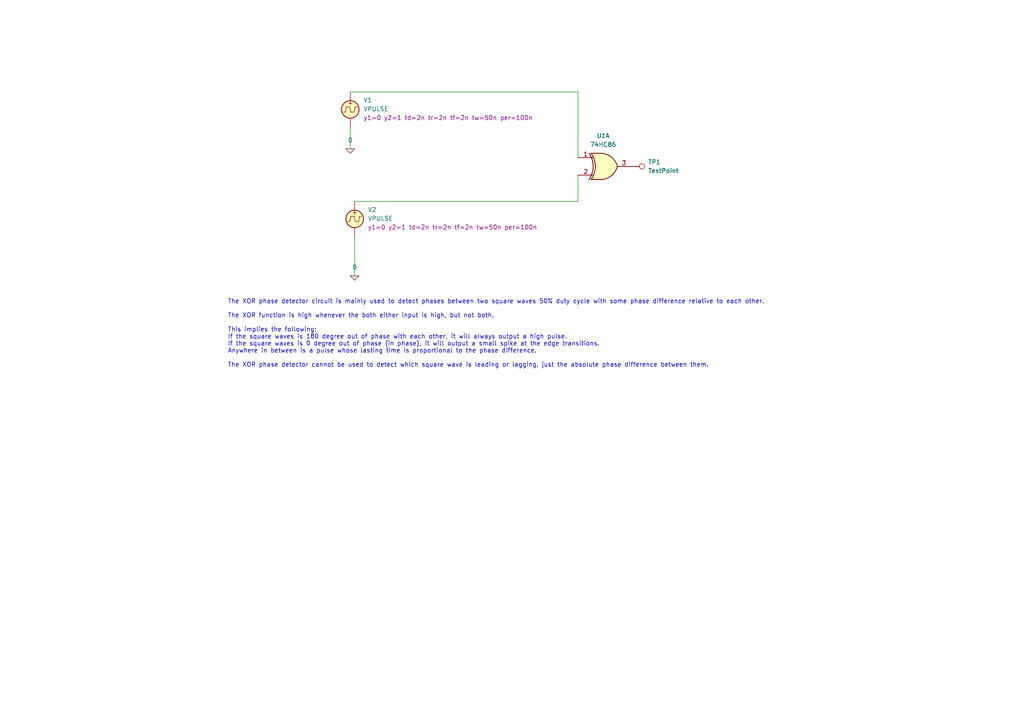
<source format=kicad_sch>
(kicad_sch (version 20230121) (generator eeschema)
  (paper "A4")
  (lib_symbols
    (symbol "74xx:74HC86" (pin_names (offset 1.016))
      (property "Reference" "U" (at 0 1.27 0))
      (property "Value" "74HC86" (at 0 -1.27 0))
      (symbol "74HC86_1_0"
        (arc (start -4.4196 -3.81) (mid -3.2033 0) (end -4.4196 3.81) (stroke (width 0.254)))
        (arc (start -3.81 -3.81) (mid -2.589 0) (end -3.81 3.81) (stroke (width 0.254)))
        (arc (start -0.6096 -3.81) (mid 2.1842 -2.5851) (end 3.81 0) (stroke (width 0.254)) (fill (type background)))
        (polyline (pts (xy -3.81 -3.81) (xy -0.635 -3.81)) (stroke (width 0.254)) (fill (type background)))
        (polyline (pts (xy -3.81 3.81) (xy -0.635 3.81)) (stroke (width 0.254)) (fill (type background)))
        (polyline (pts (xy -0.635 3.81) (xy -3.81 3.81) (xy -3.81 3.81) (xy -3.556 3.4036) (xy -3.0226 2.2606) (xy -2.6924 1.0414) (xy -2.6162 -0.254) (xy -2.7686 -1.4986) (xy -3.175 -2.7178) (xy -3.81 -3.81) (xy -3.81 -3.81) (xy -0.635 -3.81)) (stroke (width -25.4)) (fill (type background)))
        (arc (start 3.81 0) (mid 2.1915 2.5936) (end -0.6096 3.81) (stroke (width 0.254)) (fill (type background)))
        (pin input line (at -7.62 2.54 0) (length 4.445) (name "~") (number "1"))
        (pin input line (at -7.62 -2.54 0) (length 4.445) (name "~") (number "2"))
        (pin output line (at 7.62 0 180) (length 3.81) (name "~") (number "3"))
      )
      (symbol "74HC86_1_1"
        (polyline (pts (xy -3.81 -2.54) (xy -3.175 -2.54)) (stroke (width 0.1524)))
        (polyline (pts (xy -3.81 2.54) (xy -3.175 2.54)) (stroke (width 0.1524)))
      )
      (symbol "74HC86_2_0"
        (arc (start -4.4196 -3.81) (mid -3.2033 0) (end -4.4196 3.81) (stroke (width 0.254)))
        (arc (start -3.81 -3.81) (mid -2.589 0) (end -3.81 3.81) (stroke (width 0.254)))
        (arc (start -0.6096 -3.81) (mid 2.1842 -2.5851) (end 3.81 0) (stroke (width 0.254)) (fill (type background)))
        (polyline (pts (xy -3.81 -3.81) (xy -0.635 -3.81)) (stroke (width 0.254)) (fill (type background)))
        (polyline (pts (xy -3.81 3.81) (xy -0.635 3.81)) (stroke (width 0.254)) (fill (type background)))
        (polyline (pts (xy -0.635 3.81) (xy -3.81 3.81) (xy -3.81 3.81) (xy -3.556 3.4036) (xy -3.0226 2.2606) (xy -2.6924 1.0414) (xy -2.6162 -0.254) (xy -2.7686 -1.4986) (xy -3.175 -2.7178) (xy -3.81 -3.81) (xy -3.81 -3.81) (xy -0.635 -3.81)) (stroke (width -25.4)) (fill (type background)))
        (arc (start 3.81 0) (mid 2.1915 2.5936) (end -0.6096 3.81) (stroke (width 0.254)) (fill (type background)))
        (pin input line (at -7.62 2.54 0) (length 4.445) (name "~") (number "4"))
        (pin input line (at -7.62 -2.54 0) (length 4.445) (name "~") (number "5"))
        (pin output line (at 7.62 0 180) (length 3.81) (name "~") (number "6"))
      )
      (symbol "74HC86_2_1"
        (polyline (pts (xy -3.81 -2.54) (xy -3.175 -2.54)) (stroke (width 0.1524)))
        (polyline (pts (xy -3.81 2.54) (xy -3.175 2.54)) (stroke (width 0.1524)))
      )
      (symbol "74HC86_3_0"
        (arc (start -4.4196 -3.81) (mid -3.2033 0) (end -4.4196 3.81) (stroke (width 0.254)))
        (arc (start -3.81 -3.81) (mid -2.589 0) (end -3.81 3.81) (stroke (width 0.254)))
        (arc (start -0.6096 -3.81) (mid 2.1842 -2.5851) (end 3.81 0) (stroke (width 0.254)) (fill (type background)))
        (polyline (pts (xy -3.81 -3.81) (xy -0.635 -3.81)) (stroke (width 0.254)) (fill (type background)))
        (polyline (pts (xy -3.81 3.81) (xy -0.635 3.81)) (stroke (width 0.254)) (fill (type background)))
        (polyline (pts (xy -0.635 3.81) (xy -3.81 3.81) (xy -3.81 3.81) (xy -3.556 3.4036) (xy -3.0226 2.2606) (xy -2.6924 1.0414) (xy -2.6162 -0.254) (xy -2.7686 -1.4986) (xy -3.175 -2.7178) (xy -3.81 -3.81) (xy -3.81 -3.81) (xy -0.635 -3.81)) (stroke (width -25.4)) (fill (type background)))
        (arc (start 3.81 0) (mid 2.1915 2.5936) (end -0.6096 3.81) (stroke (width 0.254)) (fill (type background)))
        (pin input line (at -7.62 -2.54 0) (length 4.445) (name "~") (number "10"))
        (pin output line (at 7.62 0 180) (length 3.81) (name "~") (number "8"))
        (pin input line (at -7.62 2.54 0) (length 4.445) (name "~") (number "9"))
      )
      (symbol "74HC86_3_1"
        (polyline (pts (xy -3.81 -2.54) (xy -3.175 -2.54)) (stroke (width 0.1524)))
        (polyline (pts (xy -3.81 2.54) (xy -3.175 2.54)) (stroke (width 0.1524)))
      )
      (symbol "74HC86_4_0"
        (arc (start -4.4196 -3.81) (mid -3.2033 0) (end -4.4196 3.81) (stroke (width 0.254)))
        (arc (start -3.81 -3.81) (mid -2.589 0) (end -3.81 3.81) (stroke (width 0.254)))
        (arc (start -0.6096 -3.81) (mid 2.1842 -2.5851) (end 3.81 0) (stroke (width 0.254)) (fill (type background)))
        (polyline (pts (xy -3.81 -3.81) (xy -0.635 -3.81)) (stroke (width 0.254)) (fill (type background)))
        (polyline (pts (xy -3.81 3.81) (xy -0.635 3.81)) (stroke (width 0.254)) (fill (type background)))
        (polyline (pts (xy -0.635 3.81) (xy -3.81 3.81) (xy -3.81 3.81) (xy -3.556 3.4036) (xy -3.0226 2.2606) (xy -2.6924 1.0414) (xy -2.6162 -0.254) (xy -2.7686 -1.4986) (xy -3.175 -2.7178) (xy -3.81 -3.81) (xy -3.81 -3.81) (xy -0.635 -3.81)) (stroke (width -25.4)) (fill (type background)))
        (arc (start 3.81 0) (mid 2.1915 2.5936) (end -0.6096 3.81) (stroke (width 0.254)) (fill (type background)))
        (pin output line (at 7.62 0 180) (length 3.81) (name "~") (number "11"))
        (pin input line (at -7.62 2.54 0) (length 4.445) (name "~") (number "12"))
        (pin input line (at -7.62 -2.54 0) (length 4.445) (name "~") (number "13"))
      )
      (symbol "74HC86_4_1"
        (polyline (pts (xy -3.81 -2.54) (xy -3.175 -2.54)) (stroke (width 0.1524)))
        (polyline (pts (xy -3.81 2.54) (xy -3.175 2.54)) (stroke (width 0.1524)))
      )
      (symbol "74HC86_5_0"
        (pin power_in line (at 0 12.7 270) (length 5.08) (name "VCC") (number "14"))
        (pin power_in line (at 0 -12.7 90) (length 5.08) (name "GND") (number "7"))
      )
      (symbol "74HC86_5_1"
        (rectangle (start -5.08 7.62) (end 5.08 -7.62) (stroke (width 0.254)) (fill (type background)))
      )
    )
    (symbol "Connector:TestPoint" (pin_numbers hide) (pin_names (offset 0.762) hide)
      (property "Reference" "TP" (at 0 6.858 0))
      (property "Value" "TestPoint" (at 0 5.08 0))
      (symbol "TestPoint_0_1"
        (circle (center 0 3.302) (radius 0.762))
      )
      (symbol "TestPoint_1_1"
        (pin passive line (at 0 0 90) (length 2.54) (name "1") (number "1"))
      )
    )
    (symbol "Simulation_SPICE:0" (power) (pin_names (offset 0))
      (property "Value" "0" (at 0 -1.778 0))
      (symbol "0_0_1"
        (polyline (pts (xy -1.27 0) (xy 0 -1.27) (xy 1.27 0) (xy -1.27 0)))
      )
      (symbol "0_1_1"
        (pin power_in line (at 0 0 0) (length 0) hide (name "0") (number "1"))
      )
    )
    (symbol "Simulation_SPICE:VPULSE" (pin_numbers hide) (pin_names (offset 0.0254))
      (property "Reference" "V" (at 2.54 2.54 0))
      (property "Value" "VPULSE" (at 2.54 0 0))
      (property "Sim.Params" "y1=0 y2=1 td=2n tr=2n tf=2n tw=50n per=100n" (at 2.54 -2.54 0))
      (symbol "VPULSE_0_0"
        (polyline (pts (xy -2.032 -0.762) (xy -1.397 -0.762) (xy -1.143 0.762) (xy -0.127 0.762) (xy 0.127 -0.762) (xy 1.143 -0.762) (xy 1.397 0.762) (xy 2.032 0.762)))
        (text "+" (at 0 1.905 0) (effects (font (size 1.27 1.27))))
      )
      (symbol "VPULSE_0_1"
        (circle (center 0 0) (radius 2.54) (stroke (width 0.254)) (fill (type background)))
      )
      (symbol "VPULSE_1_1"
        (pin passive line (at 0 5.08 270) (length 2.54) (name "~") (number "1"))
        (pin passive line (at 0 -5.08 90) (length 2.54) (name "~") (number "2"))
      )
    )
  )
  (wire (pts (xy 167.64 58.42) (xy 167.64 50.8)))
  (wire (pts (xy 167.64 26.67) (xy 167.64 45.72)))
  (wire (pts (xy 101.6 26.67) (xy 167.64 26.67)))
  (wire (pts (xy 101.6 36.83) (xy 101.6 43.18)))
  (wire (pts (xy 102.87 58.42) (xy 167.64 58.42)))
  (wire (pts (xy 102.87 68.58) (xy 102.87 80.01)))
  (text "The XOR phase detector circuit is mainly used to detect phases between two square waves 50% duty cycle with some phase difference relative to each other.\n\nThe XOR function is high whenever the both either input is high, but not both.\n\nThis implies the following:\nIf the square waves is 180 degree out of phase with each other, it will always output a high pulse.\nIf the square waves is 0 degree out of phase (in phase), it will output a small spike at the edge transitions.\nAnywhere in between is a pulse whose lasting time is proportional to the phase difference.\n\nThe XOR phase detector cannot be used to detect which square wave is leading or lagging, just the absolute phase difference between them." (at 66.04 106.68 0) (effects (font (size 1.27 1.27)) (justify left bottom)))
  (symbol (lib_id "Connector:TestPoint") (at 182.88 48.26 270) (unit 1)
    (property "Reference" "TP1" (at 187.96 46.99 90) (effects (justify left)))
    (property "Value" "TestPoint" (at 187.96 49.53 90) (effects (justify left)))
  )
  (symbol (lib_id "74xx:74HC86") (at 175.26 48.26 0) (unit 1)
    (property "Reference" "U1" (at 174.9552 39.37 0))
    (property "Value" "74HC86" (at 174.9552 41.91 0))
    (property "Datasheet" "http://www.ti.com/lit/gpn/sn74HC86" (effects hide))
  )
  (symbol (lib_id "Simulation_SPICE:0") (at 101.6 43.18 0) (unit 1)
    (property "Reference" "#GND01" (effects hide))
    (property "Value" "0" (at 101.6 40.64 0))
  )
  (symbol (lib_id "Simulation_SPICE:VPULSE") (at 101.6 31.75 0) (unit 1)
    (property "Reference" "V1" (at 105.41 29.0802 0) (effects (justify left)))
    (property "Value" "VPULSE" (at 105.41 31.6202 0) (effects (justify left)))
    (property "Sim.Pins" "1=+ 2=-" (effects hide))
    (property "Sim.Type" "PULSE" (effects hide))
    (property "Sim.Device" "V" (effects hide))
    (property "Sim.Params" "y1=0 y2=1 td=2n tr=2n tf=2n tw=50n per=100n" (at 105.41 34.1602 0) (effects (justify left)))
  )
  (symbol (lib_id "Simulation_SPICE:0") (at 102.87 80.01 0) (unit 1)
    (property "Reference" "#GND02" (effects hide))
    (property "Value" "0" (at 102.87 77.47 0))
  )
  (symbol (lib_id "Simulation_SPICE:VPULSE") (at 102.87 63.5 0) (unit 1)
    (property "Reference" "V2" (at 106.68 60.8302 0) (effects (justify left)))
    (property "Value" "VPULSE" (at 106.68 63.3702 0) (effects (justify left)))
    (property "Sim.Pins" "1=+ 2=-" (effects hide))
    (property "Sim.Type" "PULSE" (effects hide))
    (property "Sim.Device" "V" (effects hide))
    (property "Sim.Params" "y1=0 y2=1 td=2n tr=2n tf=2n tw=50n per=100n" (at 106.68 65.9102 0) (effects (justify left)))
  )
)
</source>
